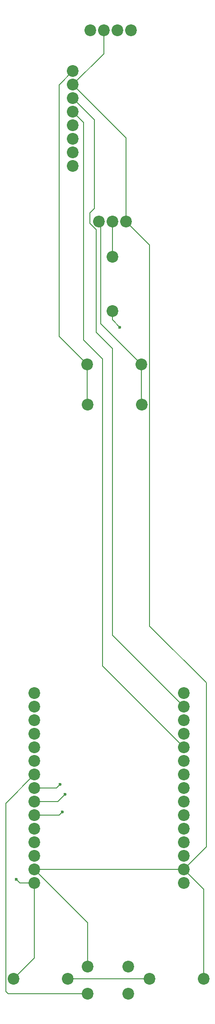
<source format=gbr>
%TF.GenerationSoftware,KiCad,Pcbnew,9.0.4*%
%TF.CreationDate,2025-11-10T20:34:51-07:00*%
%TF.ProjectId,ideaspark_esp_board,69646561-7370-4617-926b-5f6573705f62,rev?*%
%TF.SameCoordinates,Original*%
%TF.FileFunction,Copper,L1,Top*%
%TF.FilePolarity,Positive*%
%FSLAX46Y46*%
G04 Gerber Fmt 4.6, Leading zero omitted, Abs format (unit mm)*
G04 Created by KiCad (PCBNEW 9.0.4) date 2025-11-10 20:34:51*
%MOMM*%
%LPD*%
G01*
G04 APERTURE LIST*
%TA.AperFunction,ComponentPad*%
%ADD10C,2.200000*%
%TD*%
%TA.AperFunction,ViaPad*%
%ADD11C,0.600000*%
%TD*%
%TA.AperFunction,Conductor*%
%ADD12C,0.200000*%
%TD*%
G04 APERTURE END LIST*
D10*
%TO.P,U3,30,GPIO23*%
%TO.N,unconnected-(U3-GPIO23-Pad30)*%
X34000000Y69280000D03*
%TO.P,U3,29,GPIO22*%
%TO.N,/SCL*%
X34000000Y66740000D03*
%TO.P,U3,28,GPIO1*%
%TO.N,unconnected-(U3-GPIO1-Pad28)*%
X34000000Y64200000D03*
%TO.P,U3,27,GPIO3*%
%TO.N,unconnected-(U3-GPIO3-Pad27)*%
X34000000Y61660000D03*
%TO.P,U3,26,GPI021*%
%TO.N,/SDA*%
X34000000Y59120000D03*
%TO.P,U3,25,GPIO19*%
%TO.N,unconnected-(U3-GPIO19-Pad25)*%
X34000000Y56580000D03*
%TO.P,U3,24,GPIO18*%
%TO.N,unconnected-(U3-GPIO18-Pad24)*%
X34000000Y54040000D03*
%TO.P,U3,23,GPIO5*%
%TO.N,unconnected-(U3-GPIO5-Pad23)*%
X34000000Y51500000D03*
%TO.P,U3,22,GPIO17*%
%TO.N,unconnected-(U3-GPIO17-Pad22)*%
X34000000Y48960000D03*
%TO.P,U3,21,GPIO16*%
%TO.N,unconnected-(U3-GPIO16-Pad21)*%
X34000000Y46420000D03*
%TO.P,U3,20,GPIO4*%
%TO.N,unconnected-(U3-GPIO4-Pad20)*%
X34000000Y43880000D03*
%TO.P,U3,19,GPIO2*%
%TO.N,unconnected-(U3-GPIO2-Pad19)*%
X34000000Y41340000D03*
%TO.P,U3,18,GPIO15*%
%TO.N,unconnected-(U3-GPIO15-Pad18)*%
X34000000Y38800000D03*
%TO.P,U3,17,GND*%
%TO.N,/GND*%
X34000000Y36260000D03*
%TO.P,U3,16,3.3V*%
%TO.N,unconnected-(U3-3.3V-Pad16)*%
X34000000Y33720000D03*
%TO.P,U3,15,ENABLE*%
%TO.N,unconnected-(U3-ENABLE-Pad15)*%
X6000000Y69280000D03*
%TO.P,U3,14,GPIX36*%
%TO.N,unconnected-(U3-GPIX36-Pad14)*%
X6000000Y66740000D03*
%TO.P,U3,13,GPIX39*%
%TO.N,unconnected-(U3-GPIX39-Pad13)*%
X6000000Y64200000D03*
%TO.P,U3,12,GPIX34*%
%TO.N,unconnected-(U3-GPIX34-Pad12)*%
X6000000Y61660000D03*
%TO.P,U3,11,GPIX35*%
%TO.N,unconnected-(U3-GPIX35-Pad11)*%
X6000000Y59120000D03*
%TO.P,U3,10,GPIO32*%
%TO.N,unconnected-(U3-GPIO32-Pad10)*%
X6000000Y56580000D03*
%TO.P,U3,9,GPIO33*%
%TO.N,/button*%
X6000000Y54040000D03*
%TO.P,U3,8,GPIO25*%
%TO.N,/RED*%
X6000000Y51500000D03*
%TO.P,U3,7,GPIO26*%
%TO.N,/GREEN*%
X6000000Y48960000D03*
%TO.P,U3,6,GPIO27*%
%TO.N,/BLUE*%
X6000000Y46420000D03*
%TO.P,U3,5,GPI014*%
%TO.N,/motor_control*%
X6000000Y43880000D03*
%TO.P,U3,4,GPIO12*%
%TO.N,unconnected-(U3-GPIO12-Pad4)*%
X6000000Y41340000D03*
%TO.P,U3,3,GPIO13*%
%TO.N,unconnected-(U3-GPIO13-Pad3)*%
X6000000Y38800000D03*
%TO.P,U3,2,GND*%
%TO.N,/GND*%
X6000000Y36260000D03*
%TO.P,U3,1,Vin*%
%TO.N,/Power*%
X6000000Y33720000D03*
%TD*%
%TO.P,Power1,2,GND*%
%TO.N,/SwitchPowerJunction*%
X12280000Y15740000D03*
%TO.P,Power1,1,Vcc*%
%TO.N,/Power*%
X2120000Y15740000D03*
%TD*%
%TO.P,U2,4,mt2*%
%TO.N,unconnected-(U2-mt2-Pad4)*%
X23600000Y18040000D03*
%TO.P,U2,3,mt1*%
%TO.N,unconnected-(U2-mt1-Pad3)*%
X23600000Y12960000D03*
%TO.P,U2,2,GND*%
%TO.N,/GND*%
X15980000Y18040000D03*
%TO.P,U2,1,signal*%
%TO.N,/button*%
X15980000Y12960000D03*
%TD*%
%TO.P,LED_ABGR1,1,A*%
%TO.N,/GND*%
X19000000Y193400000D03*
%TO.P,LED_ABGR1,2,BK*%
%TO.N,/BLUE*%
X24080000Y193400000D03*
%TO.P,LED_ABGR1,3,GK*%
%TO.N,/GREEN*%
X21540000Y193400000D03*
%TO.P,LED_ABGR1,4,RK*%
%TO.N,/RED*%
X16460000Y193400000D03*
%TD*%
%TO.P,Q1,B,B*%
%TO.N,/base_resistor*%
X20600000Y157600000D03*
%TO.P,Q1,C,C*%
%TO.N,/motor_ground*%
X18060000Y157600000D03*
%TO.P,Q1,E,E*%
%TO.N,/GND*%
X23140000Y157600000D03*
%TD*%
%TO.P,Motor_DC1,1,+*%
%TO.N,/Power*%
X16000000Y123300000D03*
%TO.P,Motor_DC1,2,-*%
%TO.N,/motor_ground*%
X26160000Y123300000D03*
%TD*%
%TO.P,Switch1,1,Vcc*%
%TO.N,/SwitchPowerJunction*%
X27600000Y15800000D03*
%TO.P,Switch1,2,GND*%
%TO.N,/GND*%
X37760000Y15800000D03*
%TD*%
%TO.P,base_resistor1,1*%
%TO.N,/motor_control*%
X20600000Y140840000D03*
%TO.P,base_resistor1,2*%
%TO.N,/base_resistor*%
X20600000Y151000000D03*
%TD*%
%TO.P,Flyback1,1,K*%
%TO.N,/motor_ground*%
X26000000Y130800000D03*
%TO.P,Flyback1,2,A*%
%TO.N,/Power*%
X15840000Y130800000D03*
%TD*%
%TO.P,LED_ARGB1,1,Vcc*%
%TO.N,/Power*%
X13200000Y185740000D03*
%TO.P,LED_ARGB1,2,Gnd*%
%TO.N,/GND*%
X13200000Y183200000D03*
%TO.P,LED_ARGB1,3,SCL*%
%TO.N,/SCL*%
X13200000Y180660000D03*
%TO.P,LED_ARGB1,4,SDA*%
%TO.N,/SDA*%
X13200000Y178120000D03*
%TO.P,LED_ARGB1,5,XDA*%
%TO.N,unconnected-(LED_ARGB1-XDA-Pad5)*%
X13200000Y175580000D03*
%TO.P,LED_ARGB1,6,XCL*%
%TO.N,unconnected-(LED_ARGB1-XCL-Pad6)*%
X13200000Y173040000D03*
%TO.P,LED_ARGB1,7,ADO*%
%TO.N,unconnected-(LED_ARGB1-ADO-Pad7)*%
X13200000Y170500000D03*
%TO.P,LED_ARGB1,8,INT*%
%TO.N,unconnected-(LED_ARGB1-INT-Pad8)*%
X13200000Y167960000D03*
%TD*%
D11*
%TO.N,/motor_control*%
X22000000Y137800000D03*
%TO.N,/BLUE*%
X11200000Y47000000D03*
%TO.N,/GREEN*%
X11700000Y50300000D03*
%TO.N,/RED*%
X10800000Y52200000D03*
%TO.N,/Power*%
X2600000Y34400000D03*
%TD*%
D12*
%TO.N,/GREEN*%
X11700000Y50300000D02*
X10360000Y48960000D01*
X10360000Y48960000D02*
X6000000Y48960000D01*
%TO.N,/SCL*%
X17200000Y176660000D02*
X13200000Y180660000D01*
X16400000Y157278686D02*
X16400000Y159200000D01*
X17200000Y160000000D02*
X17200000Y176660000D01*
X17600000Y136800000D02*
X17600000Y156078686D01*
X17600000Y156078686D02*
X16400000Y157278686D01*
X20600000Y133800000D02*
X17600000Y136800000D01*
X16400000Y159200000D02*
X17200000Y160000000D01*
X20600000Y80140000D02*
X20600000Y133800000D01*
X34000000Y66740000D02*
X20600000Y80140000D01*
%TO.N,/SDA*%
X18800000Y74320000D02*
X34000000Y59120000D01*
X15200000Y135400000D02*
X18800000Y131800000D01*
X18800000Y131800000D02*
X18800000Y74320000D01*
X15200000Y176120000D02*
X15200000Y135400000D01*
X13200000Y178120000D02*
X15200000Y176120000D01*
%TO.N,/GND*%
X38200000Y71200000D02*
X38200000Y40460000D01*
X27561000Y81839000D02*
X38200000Y71200000D01*
X38200000Y40460000D02*
X34000000Y36260000D01*
X27561000Y153179000D02*
X27561000Y81839000D01*
X23140000Y157600000D02*
X27561000Y153179000D01*
%TO.N,/button*%
X601000Y13399000D02*
X601000Y48641000D01*
X1040000Y12960000D02*
X601000Y13399000D01*
X15980000Y12960000D02*
X1040000Y12960000D01*
X601000Y48641000D02*
X6000000Y54040000D01*
%TO.N,/motor_ground*%
X18400000Y138400000D02*
X18400000Y157260000D01*
X18400000Y157260000D02*
X18060000Y157600000D01*
X26000000Y130800000D02*
X18400000Y138400000D01*
%TO.N,/motor_control*%
X20600000Y139200000D02*
X22000000Y137800000D01*
X20600000Y140840000D02*
X20600000Y139200000D01*
%TO.N,/BLUE*%
X10620000Y46420000D02*
X11200000Y47000000D01*
X6000000Y46420000D02*
X10620000Y46420000D01*
%TO.N,/RED*%
X10100000Y51500000D02*
X10800000Y52200000D01*
X6000000Y51500000D02*
X10100000Y51500000D01*
%TO.N,/Power*%
X3280000Y33720000D02*
X2600000Y34400000D01*
X6000000Y33720000D02*
X3280000Y33720000D01*
%TO.N,/GND*%
X34000000Y36260000D02*
X6000000Y36260000D01*
X15980000Y26280000D02*
X15980000Y18040000D01*
X6000000Y36260000D02*
X15980000Y26280000D01*
X19000000Y189000000D02*
X19000000Y193400000D01*
X13200000Y183200000D02*
X19000000Y189000000D01*
X23140000Y173260000D02*
X13200000Y183200000D01*
X23140000Y157600000D02*
X23140000Y173260000D01*
%TO.N,/base_resistor*%
X20600000Y151000000D02*
X20600000Y157600000D01*
%TO.N,/motor_ground*%
X26000000Y123460000D02*
X26160000Y123300000D01*
X26000000Y130800000D02*
X26000000Y123460000D01*
%TO.N,/Power*%
X15840000Y123460000D02*
X16000000Y123300000D01*
X15840000Y130800000D02*
X15840000Y123460000D01*
X10600000Y136040000D02*
X15840000Y130800000D01*
X10600000Y183140000D02*
X10600000Y136040000D01*
X13200000Y185740000D02*
X10600000Y183140000D01*
%TO.N,/SwitchPowerJunction*%
X27340000Y15740000D02*
X12280000Y15740000D01*
X27400000Y15800000D02*
X27340000Y15740000D01*
X27600000Y15800000D02*
X27400000Y15800000D01*
%TO.N,/Power*%
X6000000Y33720000D02*
X6000000Y19620000D01*
X6000000Y19620000D02*
X2120000Y15740000D01*
%TO.N,/GND*%
X37760000Y32500000D02*
X37760000Y15800000D01*
X34000000Y36260000D02*
X37760000Y32500000D01*
%TD*%
M02*

</source>
